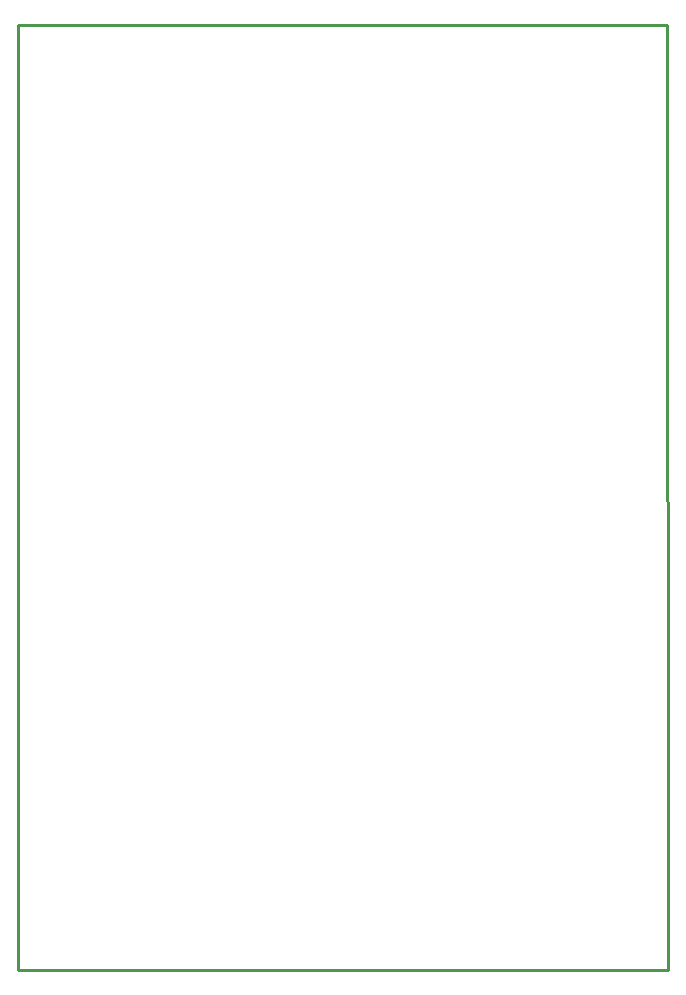
<source format=gbr>
G04 EAGLE Gerber RS-274X export*
G75*
%MOMM*%
%FSLAX34Y34*%
%LPD*%
%IN*%
%IPPOS*%
%AMOC8*
5,1,8,0,0,1.08239X$1,22.5*%
G01*
%ADD10C,0.254000*%


D10*
X-500Y800300D02*
X0Y0D01*
X550000Y0D01*
X549500Y800300D01*
X-500Y800300D01*
M02*

</source>
